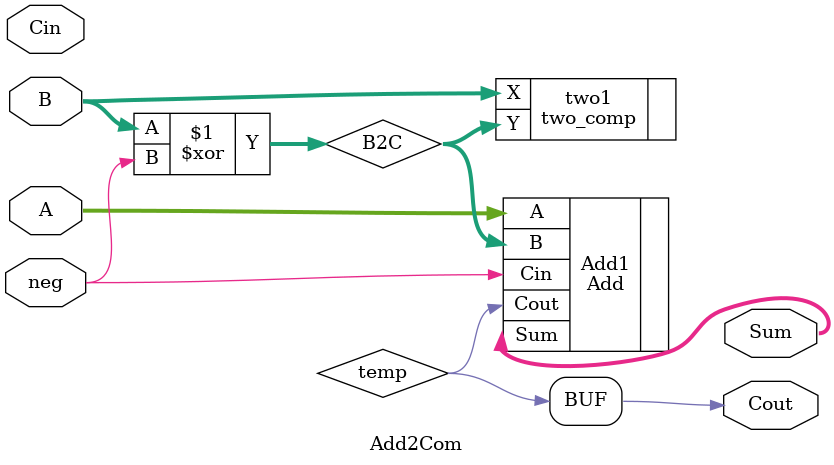
<source format=v>
`timescale 1ns / 1ps
module Add2Com( A, B, Cin, neg, Sum, Cout);
	input  [15:0]  A, B;
	input  Cin;
	input neg;
	output [15:0] Sum; 
	output Cout;	
	
	wire [15:0] B2C;
	wire	temp;
	
	xor xor1(B2C,B,neg);
	two_comp two1( .X(B), .Y(B2C));	
	Add Add1( .A(A), .B(B2C), .Cin(neg), .Sum(Sum), .Cout(temp));
	assign Cout = temp;

endmodule

</source>
